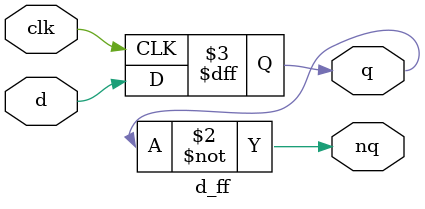
<source format=v>
module d_ff(
    input  wire clk,
    input  wire d,
    output reg  q,
    output wire nq
);
    always @(posedge clk) begin
        q <= d;
    end
    assign nq = ~q;
endmodule
</source>
